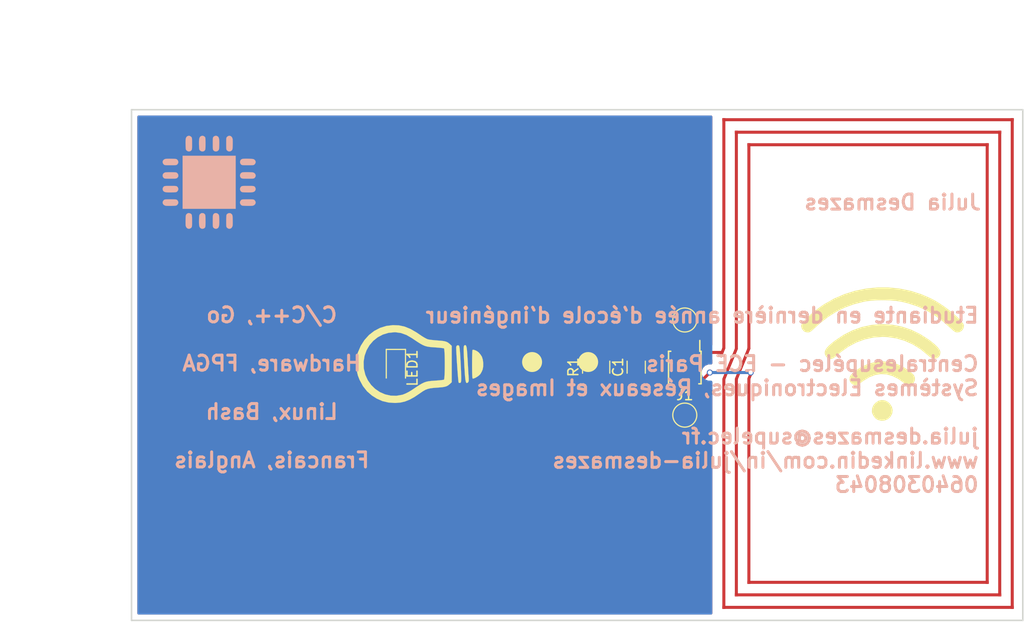
<source format=kicad_pcb>
(kicad_pcb (version 20171130) (host pcbnew 5.0.0)

  (general
    (thickness 1.6)
    (drawings 11)
    (tracks 41)
    (zones 0)
    (modules 10)
    (nets 8)
  )

  (page A4)
  (layers
    (0 F.Cu signal)
    (31 B.Cu signal hide)
    (32 B.Adhes user)
    (33 F.Adhes user)
    (34 B.Paste user)
    (35 F.Paste user)
    (36 B.SilkS user)
    (37 F.SilkS user)
    (38 B.Mask user)
    (39 F.Mask user)
    (40 Dwgs.User user)
    (41 Cmts.User user)
    (42 Eco1.User user)
    (43 Eco2.User user)
    (44 Edge.Cuts user)
    (45 Margin user)
    (46 B.CrtYd user)
    (47 F.CrtYd user)
    (48 B.Fab user)
    (49 F.Fab user)
  )

  (setup
    (last_trace_width 0.3)
    (user_trace_width 0.3)
    (trace_clearance 0.2)
    (zone_clearance 0.508)
    (zone_45_only no)
    (trace_min 0.2)
    (segment_width 0.8)
    (edge_width 0.15)
    (via_size 0.8)
    (via_drill 0.4)
    (via_min_size 0.4)
    (via_min_drill 0.3)
    (uvia_size 0.3)
    (uvia_drill 0.1)
    (uvias_allowed no)
    (uvia_min_size 0.2)
    (uvia_min_drill 0.1)
    (pcb_text_width 0.3)
    (pcb_text_size 1.5 1.5)
    (mod_edge_width 0.15)
    (mod_text_size 1 1)
    (mod_text_width 0.15)
    (pad_size 1.524 1.524)
    (pad_drill 0.762)
    (pad_to_mask_clearance 0.2)
    (aux_axis_origin 0 0)
    (visible_elements FFFFFF7F)
    (pcbplotparams
      (layerselection 0x010fc_ffffffff)
      (usegerberextensions false)
      (usegerberattributes false)
      (usegerberadvancedattributes false)
      (creategerberjobfile false)
      (excludeedgelayer true)
      (linewidth 0.100000)
      (plotframeref false)
      (viasonmask false)
      (mode 1)
      (useauxorigin false)
      (hpglpennumber 1)
      (hpglpenspeed 20)
      (hpglpendiameter 15.000000)
      (psnegative false)
      (psa4output false)
      (plotreference true)
      (plotvalue true)
      (plotinvisibletext false)
      (padsonsilk false)
      (subtractmaskfromsilk false)
      (outputformat 1)
      (mirror false)
      (drillshape 1)
      (scaleselection 1)
      (outputdirectory ""))
  )

  (net 0 "")
  (net 1 "Net-(J1-Pad1)")
  (net 2 "Net-(J2-Pad1)")
  (net 3 "Net-(AE1-Pad1)")
  (net 4 "Net-(AE1-Pad2)")
  (net 5 "Net-(LED1-Pad1)")
  (net 6 GND)
  (net 7 VCC)

  (net_class Default "This is the default net class."
    (clearance 0.2)
    (trace_width 0.25)
    (via_dia 0.8)
    (via_drill 0.4)
    (uvia_dia 0.3)
    (uvia_drill 0.1)
    (add_net GND)
    (add_net "Net-(AE1-Pad1)")
    (add_net "Net-(AE1-Pad2)")
    (add_net "Net-(J1-Pad1)")
    (add_net "Net-(J2-Pad1)")
    (add_net "Net-(LED1-Pad1)")
    (add_net VCC)
  )

  (module RF_Antenna:RFID_BC_Antenna (layer F.Cu) (tedit 5BBCCA0A) (tstamp 5BC67E50)
    (at 204 79)
    (path /5BB9A5DC)
    (fp_text reference AE1 (at -4.5 2) (layer Eco1.User)
      (effects (font (size 1 1) (thickness 0.15)))
    )
    (fp_text value Antenna_Loop (at 8.89 -3.81) (layer F.Fab)
      (effects (font (size 1 1) (thickness 0.15)))
    )
    (pad 1 smd rect (at 14.55 48.7) (size 29.1 0.3) (layers F.Cu F.Paste)
      (net 3 "Net-(AE1-Pad1)"))
    (pad 1 smd rect (at 14.55 0) (size 29.1 0.3) (layers F.Cu F.Paste)
      (net 3 "Net-(AE1-Pad1)"))
    (pad 2 smd rect (at 28.95 24.35 90) (size 49 0.3) (layers F.Cu F.Paste)
      (net 4 "Net-(AE1-Pad2)"))
    (pad 1 smd rect (at 14.55 1.25) (size 26.6 0.3) (layers F.Cu F.Paste)
      (net 3 "Net-(AE1-Pad1)"))
    (pad 1 smd rect (at 14.55 47.45) (size 26.6 0.3) (layers F.Cu F.Paste)
      (net 3 "Net-(AE1-Pad1)"))
    (pad 1 smd rect (at 27.7 24.35 90) (size 46.5 0.3) (layers F.Cu F.Paste)
      (net 3 "Net-(AE1-Pad1)"))
    (pad 1 smd rect (at 14.55 2.5) (size 24.1 0.3) (layers F.Cu F.Paste)
      (net 3 "Net-(AE1-Pad1)"))
    (pad 1 smd rect (at 26.45 24.35 90) (size 44 0.3) (layers F.Cu F.Paste)
      (net 3 "Net-(AE1-Pad1)"))
    (pad 1 smd rect (at 14.55 46.2) (size 24.1 0.3) (layers F.Cu F.Paste)
      (net 3 "Net-(AE1-Pad1)"))
    (pad 1 smd rect (at 2.65 36.1 90) (size 20.5 0.3) (layers F.Cu F.Paste)
      (net 3 "Net-(AE1-Pad1)"))
    (pad 1 smd rect (at 2.65 12.6 90) (size 20.5 0.3) (layers F.Cu F.Paste)
      (net 3 "Net-(AE1-Pad1)"))
    (pad 1 smd rect (at 1.4 11.975 90) (size 21.75 0.3) (layers F.Cu F.Paste)
      (net 3 "Net-(AE1-Pad1)"))
    (pad 1 smd rect (at 1.4 36.725 90) (size 21.75 0.3) (layers F.Cu F.Paste)
      (net 3 "Net-(AE1-Pad1)"))
    (pad 1 smd rect (at 0.15 11.35 90) (size 23 0.3) (layers F.Cu F.Paste)
      (net 3 "Net-(AE1-Pad1)"))
    (pad 1 smd rect (at 0.15 37.35 90) (size 23 0.3) (layers F.Cu F.Paste)
      (net 3 "Net-(AE1-Pad1)"))
    (pad 1 smd rect (at 0.7874 24.3586 247.6) (size 3.36 0.3) (layers F.Cu F.Paste)
      (net 3 "Net-(AE1-Pad1)"))
    (pad 1 smd rect (at 2.032 24.3586 247.6) (size 3.36 0.3) (layers F.Cu F.Paste)
      (net 3 "Net-(AE1-Pad1)"))
    (pad 1 smd rect (at 2.65 22.8346 90) (size 0.1 0.3) (layers F.Cu F.Paste)
      (net 3 "Net-(AE1-Pad1)"))
    (pad 2 smd rect (at 2.8194 25.4508 247.6) (size 1 0.3) (layers F.Cu F.Paste F.Mask)
      (net 4 "Net-(AE1-Pad2)"))
    (pad 1 smd rect (at -0.0254 23.241 247.6) (size 1 0.3) (layers F.Cu F.Paste F.Mask)
      (net 3 "Net-(AE1-Pad1)"))
  )

  (module TestPoint:TestPoint_Pad_D2.0mm (layer F.Cu) (tedit 5A0F774F) (tstamp 5BC67D0B)
    (at 200.25 108.5)
    (descr "SMD pad as test Point, diameter 2.0mm")
    (tags "test point SMD pad")
    (path /5BB91F52)
    (attr virtual)
    (fp_text reference J1 (at 0 -1.998) (layer F.SilkS)
      (effects (font (size 1 1) (thickness 0.15)))
    )
    (fp_text value Conn_01x01_Female (at -2.75 2.5) (layer F.Fab)
      (effects (font (size 1 1) (thickness 0.15)))
    )
    (fp_circle (center 0 0) (end 0 1.2) (layer F.SilkS) (width 0.12))
    (fp_circle (center 0 0) (end 1.5 0) (layer F.CrtYd) (width 0.05))
    (fp_text user %R (at 0 -2) (layer F.Fab)
      (effects (font (size 1 1) (thickness 0.15)))
    )
    (pad 1 smd circle (at 0 0) (size 2 2) (layers F.Cu F.Mask)
      (net 1 "Net-(J1-Pad1)"))
  )

  (module TestPoint:TestPoint_Pad_D2.0mm (layer F.Cu) (tedit 5BBCC9F9) (tstamp 5BC6A319)
    (at 200.25 99)
    (descr "SMD pad as test Point, diameter 2.0mm")
    (tags "test point SMD pad")
    (path /5BB91E4D)
    (attr virtual)
    (fp_text reference J2 (at 0 -1.998) (layer Eco1.User)
      (effects (font (size 1 1) (thickness 0.15)))
    )
    (fp_text value Conn_01x01_Female (at -4.75 -4) (layer F.Fab)
      (effects (font (size 1 1) (thickness 0.15)))
    )
    (fp_text user %R (at 0 -2) (layer F.Fab)
      (effects (font (size 1 1) (thickness 0.15)))
    )
    (fp_circle (center 0 0) (end 1.5 0) (layer F.CrtYd) (width 0.05))
    (fp_circle (center 0 0) (end 0 1.2) (layer F.SilkS) (width 0.12))
    (pad 1 smd circle (at 0 0) (size 2 2) (layers F.Cu F.Mask)
      (net 2 "Net-(J2-Pad1)"))
  )

  (module Package_SO:TSSOP-8_3x3mm_P0.65mm (layer F.Cu) (tedit 5BBCC9F5) (tstamp 5C0144B3)
    (at 200.25 103.75 270)
    (descr "TSSOP8: plastic thin shrink small outline package; 8 leads; body width 3 mm; (see NXP SSOP-TSSOP-VSO-REFLOW.pdf and sot505-1_po.pdf)")
    (tags "SSOP 0.65")
    (path /5BB976D3)
    (attr smd)
    (fp_text reference U1 (at 0 -2.55 270) (layer Eco1.User)
      (effects (font (size 1 1) (thickness 0.15)))
    )
    (fp_text value NT3H1101 (at 0 -4.5 270) (layer F.Fab)
      (effects (font (size 1 1) (thickness 0.15)))
    )
    (fp_line (start -0.5 -1.5) (end 1.5 -1.5) (layer F.Fab) (width 0.15))
    (fp_line (start 1.5 -1.5) (end 1.5 1.5) (layer F.Fab) (width 0.15))
    (fp_line (start 1.5 1.5) (end -1.5 1.5) (layer F.Fab) (width 0.15))
    (fp_line (start -1.5 1.5) (end -1.5 -0.5) (layer F.Fab) (width 0.15))
    (fp_line (start -1.5 -0.5) (end -0.5 -1.5) (layer F.Fab) (width 0.15))
    (fp_line (start -2.95 -1.8) (end -2.95 1.8) (layer F.CrtYd) (width 0.05))
    (fp_line (start 2.95 -1.8) (end 2.95 1.8) (layer F.CrtYd) (width 0.05))
    (fp_line (start -2.95 -1.8) (end 2.95 -1.8) (layer F.CrtYd) (width 0.05))
    (fp_line (start -2.95 1.8) (end 2.95 1.8) (layer F.CrtYd) (width 0.05))
    (fp_line (start -1.625 -1.625) (end -1.625 -1.5) (layer F.SilkS) (width 0.15))
    (fp_line (start 1.625 -1.625) (end 1.625 -1.4) (layer F.SilkS) (width 0.15))
    (fp_line (start 1.625 1.625) (end 1.625 1.4) (layer F.SilkS) (width 0.15))
    (fp_line (start -1.625 1.625) (end -1.625 1.4) (layer F.SilkS) (width 0.15))
    (fp_line (start -1.625 -1.625) (end 1.625 -1.625) (layer F.SilkS) (width 0.15))
    (fp_line (start -1.625 1.625) (end 1.625 1.625) (layer F.SilkS) (width 0.15))
    (fp_line (start -1.625 -1.5) (end -2.7 -1.5) (layer F.SilkS) (width 0.15))
    (fp_text user %R (at 0 0 270) (layer F.Fab)
      (effects (font (size 0.6 0.6) (thickness 0.15)))
    )
    (pad 1 smd rect (at -2.15 -0.975 270) (size 1.1 0.4) (layers F.Cu F.Paste F.Mask)
      (net 3 "Net-(AE1-Pad1)"))
    (pad 2 smd rect (at -2.15 -0.325 270) (size 1.1 0.4) (layers F.Cu F.Paste F.Mask)
      (net 6 GND))
    (pad 3 smd rect (at -2.15 0.325 270) (size 1.1 0.4) (layers F.Cu F.Paste F.Mask)
      (net 2 "Net-(J2-Pad1)"))
    (pad 4 smd rect (at -2.15 0.975 270) (size 1.1 0.4) (layers F.Cu F.Paste F.Mask))
    (pad 5 smd rect (at 2.15 0.975 270) (size 1.1 0.4) (layers F.Cu F.Paste F.Mask)
      (net 1 "Net-(J1-Pad1)"))
    (pad 6 smd rect (at 2.15 0.325 270) (size 1.1 0.4) (layers F.Cu F.Paste F.Mask)
      (net 7 VCC))
    (pad 7 smd rect (at 2.15 -0.325 270) (size 1.1 0.4) (layers F.Cu F.Paste F.Mask)
      (net 7 VCC))
    (pad 8 smd rect (at 2.15 -0.975 270) (size 1.1 0.4) (layers F.Cu F.Paste F.Mask)
      (net 4 "Net-(AE1-Pad2)"))
    (model ${KISYS3DMOD}/Package_SO.3dshapes/TSSOP-8_3x3mm_P0.65mm.wrl
      (at (xyz 0 0 0))
      (scale (xyz 1 1 1))
      (rotate (xyz 0 0 0))
    )
  )

  (module design:bulb (layer F.Cu) (tedit 0) (tstamp 5BF5E046)
    (at 173.8 103.4 90)
    (path /5BBAF43C)
    (fp_text reference J3 (at 0 0 90) (layer F.SilkS) hide
      (effects (font (size 1.524 1.524) (thickness 0.3)))
    )
    (fp_text value Bulb (at 0.75 0 90) (layer F.SilkS) hide
      (effects (font (size 1.524 1.524) (thickness 0.3)))
    )
    (fp_poly (pts (xy 0.376489 5.20903) (xy 0.744094 5.214718) (xy 1.04893 5.223462) (xy 1.272608 5.234657)
      (xy 1.396741 5.2477) (xy 1.41568 5.254625) (xy 1.421867 5.37722) (xy 1.362757 5.554559)
      (xy 1.256157 5.745348) (xy 1.143919 5.884797) (xy 0.958288 6.042775) (xy 0.751271 6.176065)
      (xy 0.7184 6.192617) (xy 0.442649 6.278988) (xy 0.103605 6.322406) (xy -0.241394 6.319619)
      (xy -0.535007 6.267377) (xy -0.54482 6.26423) (xy -0.767827 6.170088) (xy -0.978427 6.049419)
      (xy -1.005376 6.030314) (xy -1.147394 5.888975) (xy -1.288469 5.692175) (xy -1.401195 5.484965)
      (xy -1.458166 5.312395) (xy -1.4605 5.282201) (xy -1.424595 5.256113) (xy -1.310021 5.236181)
      (xy -1.106493 5.221864) (xy -0.803726 5.212617) (xy -0.391434 5.207899) (xy -0.035498 5.207)
      (xy 0.376489 5.20903)) (layer F.SilkS) (width 0.01))
    (fp_poly (pts (xy 1.6506 4.370612) (xy 1.755061 4.383679) (xy 1.817084 4.404713) (xy 1.839232 4.420623)
      (xy 1.90007 4.502957) (xy 1.857305 4.581115) (xy 1.839232 4.599229) (xy 1.76605 4.635463)
      (xy 1.617845 4.667443) (xy 1.382167 4.696652) (xy 1.046571 4.724572) (xy 0.598609 4.752685)
      (xy 0.508 4.75772) (xy 0.082283 4.781482) (xy -0.338781 4.805815) (xy -0.723809 4.828845)
      (xy -1.041417 4.8487) (xy -1.242428 4.862216) (xy -1.509012 4.876868) (xy -1.678722 4.872088)
      (xy -1.780643 4.844645) (xy -1.840223 4.795788) (xy -1.888732 4.723888) (xy -1.895868 4.664644)
      (xy -1.850646 4.615853) (xy -1.742082 4.575307) (xy -1.559194 4.540803) (xy -1.290996 4.510134)
      (xy -0.926506 4.481095) (xy -0.454739 4.45148) (xy 0 4.426283) (xy 0.527389 4.398871)
      (xy 0.942095 4.379641) (xy 1.258166 4.36855) (xy 1.489651 4.365555) (xy 1.6506 4.370612)) (layer F.SilkS) (width 0.01))
    (fp_poly (pts (xy 1.819358 3.665645) (xy 1.878331 3.771512) (xy 1.845904 3.889095) (xy 1.827958 3.908364)
      (xy 1.731865 3.939663) (xy 1.513524 3.971291) (xy 1.177682 4.002785) (xy 0.729088 4.033678)
      (xy 0.3175 4.056376) (xy -0.265519 4.085179) (xy -0.734408 4.106366) (xy -1.10182 4.119773)
      (xy -1.380407 4.125237) (xy -1.58282 4.122596) (xy -1.721712 4.111686) (xy -1.809735 4.092343)
      (xy -1.85954 4.064405) (xy -1.883675 4.027981) (xy -1.885794 3.909384) (xy -1.861592 3.868191)
      (xy -1.789236 3.852754) (xy -1.609702 3.831801) (xy -1.342622 3.806704) (xy -1.00763 3.778835)
      (xy -0.624362 3.749564) (xy -0.212449 3.720266) (xy 0.208472 3.69231) (xy 0.61877 3.66707)
      (xy 0.998809 3.645916) (xy 1.328956 3.630222) (xy 1.589578 3.621358) (xy 1.691831 3.619902)
      (xy 1.819358 3.665645)) (layer F.SilkS) (width 0.01))
    (fp_poly (pts (xy 0.378855 -6.315618) (xy 0.77081 -6.279241) (xy 1.087586 -6.216544) (xy 1.143 -6.199293)
      (xy 1.813068 -5.911392) (xy 2.400731 -5.536967) (xy 2.899784 -5.085421) (xy 3.30402 -4.566158)
      (xy 3.607236 -3.988581) (xy 3.803226 -3.362094) (xy 3.885784 -2.696099) (xy 3.859439 -2.082806)
      (xy 3.738123 -1.526291) (xy 3.502851 -0.945581) (xy 3.150813 -0.334298) (xy 2.976608 -0.079703)
      (xy 2.79459 0.188858) (xy 2.636267 0.447189) (xy 2.520179 0.663506) (xy 2.468211 0.791878)
      (xy 2.435902 0.960303) (xy 2.402129 1.217523) (xy 2.371364 1.525472) (xy 2.352089 1.780197)
      (xy 2.32279 2.152498) (xy 2.284304 2.426765) (xy 2.227811 2.63196) (xy 2.144494 2.797049)
      (xy 2.025534 2.950996) (xy 1.98061 3.000375) (xy 1.817739 3.175) (xy -1.81774 3.175)
      (xy -1.980611 3.000375) (xy -2.112252 2.844047) (xy -2.20555 2.685448) (xy -2.269322 2.495614)
      (xy -2.312387 2.245581) (xy -2.343563 1.906385) (xy -2.35209 1.780197) (xy -2.384166 1.359794)
      (xy -2.425914 1.034183) (xy -2.487693 0.771157) (xy -2.579865 0.538512) (xy -2.712788 0.304039)
      (xy -2.896824 0.035534) (xy -2.926573 -0.00566) (xy -3.287503 -0.539457) (xy -3.554585 -1.023229)
      (xy -3.737058 -1.48113) (xy -3.84416 -1.937314) (xy -3.880304 -2.359573) (xy -3.171224 -2.359573)
      (xy -3.072242 -1.780472) (xy -3.047934 -1.697485) (xy -2.94558 -1.437751) (xy -2.792345 -1.132904)
      (xy -2.616054 -0.837502) (xy -2.587559 -0.794748) (xy -2.317081 -0.393898) (xy -2.109179 -0.074427)
      (xy -1.954695 0.187085) (xy -1.844472 0.414058) (xy -1.76935 0.629913) (xy -1.720171 0.858071)
      (xy -1.687777 1.121952) (xy -1.66301 1.444977) (xy -1.653285 1.594472) (xy -1.630897 1.89218)
      (xy -1.6057 2.145543) (xy -1.580907 2.326293) (xy -1.561252 2.404097) (xy -1.485151 2.428113)
      (xy -1.303691 2.447629) (xy -1.038432 2.462652) (xy -0.710935 2.47319) (xy -0.342762 2.479251)
      (xy 0.044528 2.480841) (xy 0.429373 2.477969) (xy 0.790212 2.470643) (xy 1.105486 2.458868)
      (xy 1.353632 2.442654) (xy 1.513091 2.422007) (xy 1.561924 2.403009) (xy 1.583493 2.313885)
      (xy 1.608647 2.125545) (xy 1.634259 1.865596) (xy 1.657203 1.561645) (xy 1.657204 1.561634)
      (xy 1.681191 1.215594) (xy 1.708928 0.936757) (xy 1.749535 0.701962) (xy 1.812132 0.488049)
      (xy 1.905841 0.271858) (xy 2.03978 0.030228) (xy 2.223072 -0.26) (xy 2.464835 -0.621988)
      (xy 2.589793 -0.806581) (xy 2.903763 -1.353005) (xy 3.096647 -1.89106) (xy 3.172651 -2.433151)
      (xy 3.174246 -2.530814) (xy 3.113977 -3.140011) (xy 2.943047 -3.704733) (xy 2.672904 -4.215412)
      (xy 2.314995 -4.662478) (xy 1.880768 -5.036364) (xy 1.381671 -5.327499) (xy 0.829152 -5.526315)
      (xy 0.234659 -5.623244) (xy -0.39036 -5.608715) (xy -0.492126 -5.595452) (xy -1.08296 -5.451088)
      (xy -1.618133 -5.205766) (xy -2.08891 -4.872806) (xy -2.48656 -4.465525) (xy -2.802349 -3.997243)
      (xy -3.027544 -3.481277) (xy -3.153413 -2.930948) (xy -3.171224 -2.359573) (xy -3.880304 -2.359573)
      (xy -3.885129 -2.415933) (xy -3.886201 -2.514525) (xy -3.841657 -3.156958) (xy -3.701549 -3.742602)
      (xy -3.456158 -4.301349) (xy -3.144852 -4.795321) (xy -2.720563 -5.283166) (xy -2.198161 -5.693975)
      (xy -1.575402 -6.029317) (xy -1.143 -6.198274) (xy -0.849208 -6.267002) (xy -0.471043 -6.309481)
      (xy -0.048392 -6.325692) (xy 0.378855 -6.315618)) (layer F.SilkS) (width 0.01))
  )

  (module design:chip (layer B.Cu) (tedit 0) (tstamp 5BF5E065)
    (at 152.75 85.25)
    (path /5BBB12BD)
    (fp_text reference J6 (at 0 0) (layer B.SilkS) hide
      (effects (font (size 1.524 1.524) (thickness 0.3)) (justify mirror))
    )
    (fp_text value bash (at 0.75 0) (layer B.SilkS) hide
      (effects (font (size 1.524 1.524) (thickness 0.3)) (justify mirror))
    )
    (fp_poly (pts (xy -1.849091 -3.127925) (xy -1.794494 -3.173351) (xy -1.761531 -3.208783) (xy -1.737904 -3.246745)
      (xy -1.722058 -3.299172) (xy -1.712442 -3.378002) (xy -1.7075 -3.495174) (xy -1.705681 -3.662624)
      (xy -1.705429 -3.857831) (xy -1.70571 -4.078151) (xy -1.707663 -4.237908) (xy -1.71295 -4.349108)
      (xy -1.723232 -4.423759) (xy -1.740173 -4.473868) (xy -1.765433 -4.511444) (xy -1.800675 -4.548493)
      (xy -1.801091 -4.548909) (xy -1.924097 -4.628167) (xy -2.058706 -4.64364) (xy -2.186362 -4.59494)
      (xy -2.230816 -4.557911) (xy -2.28213 -4.494452) (xy -2.318715 -4.414902) (xy -2.342294 -4.307746)
      (xy -2.354591 -4.161468) (xy -2.357327 -3.964551) (xy -2.353192 -3.740071) (xy -2.347179 -3.5456)
      (xy -2.339762 -3.409748) (xy -2.328372 -3.318573) (xy -2.310437 -3.258131) (xy -2.283389 -3.214479)
      (xy -2.249714 -3.178595) (xy -2.119694 -3.093541) (xy -1.981816 -3.076601) (xy -1.849091 -3.127925)) (layer B.SilkS) (width 0.01))
    (fp_poly (pts (xy -0.517106 -3.113479) (xy -0.445748 -3.173395) (xy -0.415034 -3.212686) (xy -0.393015 -3.255977)
      (xy -0.378248 -3.315349) (xy -0.369293 -3.402885) (xy -0.364706 -3.530667) (xy -0.363048 -3.710777)
      (xy -0.362857 -3.868101) (xy -0.363222 -4.089439) (xy -0.365344 -4.250105) (xy -0.370765 -4.361999)
      (xy -0.381027 -4.437021) (xy -0.397672 -4.487072) (xy -0.422242 -4.52405) (xy -0.451922 -4.555506)
      (xy -0.5721 -4.629866) (xy -0.708569 -4.644176) (xy -0.838233 -4.598282) (xy -0.887743 -4.558413)
      (xy -0.940994 -4.486773) (xy -0.978768 -4.388046) (xy -1.002525 -4.252097) (xy -1.013724 -4.068789)
      (xy -1.013824 -3.827986) (xy -1.0108 -3.703625) (xy -1.004418 -3.517844) (xy -0.996275 -3.389701)
      (xy -0.983337 -3.304273) (xy -0.962567 -3.246637) (xy -0.93093 -3.201869) (xy -0.90269 -3.172192)
      (xy -0.780482 -3.093192) (xy -0.645085 -3.073639) (xy -0.517106 -3.113479)) (layer B.SilkS) (width 0.01))
    (fp_poly (pts (xy 0.823251 -3.112673) (xy 0.90269 -3.172192) (xy 0.943142 -3.216635) (xy 0.970728 -3.264118)
      (xy 0.988482 -3.329566) (xy 0.999442 -3.4279) (xy 1.006642 -3.574045) (xy 1.010799 -3.703625)
      (xy 1.015043 -3.972403) (xy 1.008818 -4.179307) (xy 0.990666 -4.334473) (xy 0.959127 -4.448037)
      (xy 0.912741 -4.530136) (xy 0.887743 -4.558413) (xy 0.768546 -4.631176) (xy 0.632256 -4.643667)
      (xy 0.501968 -4.596039) (xy 0.451922 -4.555506) (xy 0.419029 -4.520164) (xy 0.39543 -4.482308)
      (xy 0.379581 -4.430039) (xy 0.369941 -4.351458) (xy 0.364969 -4.234665) (xy 0.363121 -4.06776)
      (xy 0.362857 -3.868101) (xy 0.363354 -3.645819) (xy 0.365805 -3.484025) (xy 0.371651 -3.370635)
      (xy 0.382336 -3.293569) (xy 0.399299 -3.240743) (xy 0.423984 -3.200075) (xy 0.445748 -3.173395)
      (xy 0.557224 -3.09378) (xy 0.689926 -3.073521) (xy 0.823251 -3.112673)) (layer B.SilkS) (width 0.01))
    (fp_poly (pts (xy 2.192989 -3.131887) (xy 2.249714 -3.178595) (xy 2.286992 -3.219022) (xy 2.312879 -3.263875)
      (xy 2.329943 -3.327099) (xy 2.340754 -3.422636) (xy 2.347883 -3.564428) (xy 2.353191 -3.740071)
      (xy 2.356219 -3.930746) (xy 2.355185 -4.106562) (xy 2.350446 -4.248718) (xy 2.342361 -4.338411)
      (xy 2.341715 -4.342045) (xy 2.285766 -4.488546) (xy 2.190594 -4.58986) (xy 2.071114 -4.640279)
      (xy 1.942242 -4.634096) (xy 1.818892 -4.565605) (xy 1.801091 -4.548909) (xy 1.765738 -4.511803)
      (xy 1.740385 -4.474294) (xy 1.723368 -4.424372) (xy 1.713027 -4.350031) (xy 1.707697 -4.239264)
      (xy 1.705719 -4.080062) (xy 1.705429 -3.860419) (xy 1.705428 -3.857831) (xy 1.705798 -3.637101)
      (xy 1.707942 -3.477004) (xy 1.713414 -3.365603) (xy 1.723768 -3.29096) (xy 1.740555 -3.241138)
      (xy 1.765331 -3.204199) (xy 1.794493 -3.173351) (xy 1.920653 -3.091248) (xy 2.057821 -3.077476)
      (xy 2.192989 -3.131887)) (layer B.SilkS) (width 0.01))
    (fp_poly (pts (xy 2.648857 -2.648857) (xy -2.648857 -2.648857) (xy -2.648857 2.648857) (xy 2.648857 2.648857)
      (xy 2.648857 -2.648857)) (layer B.SilkS) (width 0.01))
    (fp_poly (pts (xy -3.637101 -1.705798) (xy -3.477004 -1.707942) (xy -3.365603 -1.713414) (xy -3.29096 -1.723768)
      (xy -3.241138 -1.740555) (xy -3.204199 -1.765331) (xy -3.173351 -1.794493) (xy -3.091249 -1.920654)
      (xy -3.077477 -2.05783) (xy -3.131887 -2.19301) (xy -3.178566 -2.249714) (xy -3.216134 -2.284972)
      (xy -3.257052 -2.309944) (xy -3.31414 -2.326687) (xy -3.400215 -2.33726) (xy -3.528097 -2.343722)
      (xy -3.710603 -2.348131) (xy -3.801693 -2.34978) (xy -4.037552 -2.351729) (xy -4.212164 -2.347637)
      (xy -4.336656 -2.336778) (xy -4.422158 -2.318424) (xy -4.451214 -2.307376) (xy -4.572153 -2.219601)
      (xy -4.636604 -2.100957) (xy -4.641243 -1.968668) (xy -4.582747 -1.839957) (xy -4.548909 -1.801091)
      (xy -4.511804 -1.765738) (xy -4.474294 -1.740385) (xy -4.424372 -1.723368) (xy -4.350031 -1.713027)
      (xy -4.239264 -1.707697) (xy -4.080062 -1.705719) (xy -3.860419 -1.705429) (xy -3.857831 -1.705428)
      (xy -3.637101 -1.705798)) (layer B.SilkS) (width 0.01))
    (fp_poly (pts (xy 4.078151 -1.70571) (xy 4.237908 -1.707663) (xy 4.349108 -1.71295) (xy 4.423759 -1.723232)
      (xy 4.473868 -1.740173) (xy 4.511444 -1.765433) (xy 4.548493 -1.800675) (xy 4.548909 -1.801091)
      (xy 4.629513 -1.924906) (xy 4.645496 -2.057048) (xy 4.600348 -2.180797) (xy 4.497561 -2.279432)
      (xy 4.443245 -2.307215) (xy 4.363557 -2.324959) (xy 4.229319 -2.339112) (xy 4.058482 -2.349257)
      (xy 3.868998 -2.354972) (xy 3.678818 -2.35584) (xy 3.505895 -2.35144) (xy 3.36818 -2.341354)
      (xy 3.315581 -2.333554) (xy 3.196482 -2.277911) (xy 3.116887 -2.17766) (xy 3.081883 -2.052084)
      (xy 3.09656 -1.920466) (xy 3.166003 -1.80209) (xy 3.173351 -1.794493) (xy 3.208783 -1.761531)
      (xy 3.246745 -1.737904) (xy 3.299172 -1.722058) (xy 3.378002 -1.712442) (xy 3.495174 -1.7075)
      (xy 3.662624 -1.705681) (xy 3.857831 -1.705428) (xy 4.078151 -1.70571)) (layer B.SilkS) (width 0.01))
    (fp_poly (pts (xy -3.645819 -0.363354) (xy -3.484025 -0.365805) (xy -3.370635 -0.371651) (xy -3.293569 -0.382336)
      (xy -3.240743 -0.399299) (xy -3.200075 -0.423984) (xy -3.173395 -0.445748) (xy -3.093788 -0.55722)
      (xy -3.073525 -0.689932) (xy -3.112664 -0.82327) (xy -3.172141 -0.90269) (xy -3.212308 -0.940163)
      (xy -3.254063 -0.966446) (xy -3.310635 -0.98376) (xy -3.395256 -0.994324) (xy -3.521157 -1.000361)
      (xy -3.701567 -1.00409) (xy -3.783556 -1.005312) (xy -3.980214 -1.005583) (xy -4.160073 -1.001141)
      (xy -4.306102 -0.992734) (xy -4.401271 -0.981111) (xy -4.41616 -0.977481) (xy -4.541382 -0.907169)
      (xy -4.619901 -0.797934) (xy -4.646721 -0.668616) (xy -4.616847 -0.538055) (xy -4.555507 -0.451922)
      (xy -4.520164 -0.419029) (xy -4.482308 -0.39543) (xy -4.43004 -0.379581) (xy -4.351458 -0.369941)
      (xy -4.234665 -0.364969) (xy -4.06776 -0.363121) (xy -3.868101 -0.362857) (xy -3.645819 -0.363354)) (layer B.SilkS) (width 0.01))
    (fp_poly (pts (xy 4.089439 -0.363222) (xy 4.250105 -0.365344) (xy 4.361999 -0.370765) (xy 4.437021 -0.381027)
      (xy 4.487072 -0.397672) (xy 4.52405 -0.422242) (xy 4.555506 -0.451922) (xy 4.632141 -0.572169)
      (xy 4.646714 -0.702746) (xy 4.604335 -0.826518) (xy 4.510115 -0.92635) (xy 4.398573 -0.978102)
      (xy 4.313521 -0.991063) (xy 4.175016 -1.000928) (xy 4.002118 -1.007471) (xy 3.813889 -1.010464)
      (xy 3.62939 -1.009681) (xy 3.467681 -1.004896) (xy 3.347825 -0.995881) (xy 3.315581 -0.990983)
      (xy 3.198549 -0.935456) (xy 3.118249 -0.834923) (xy 3.080004 -0.709801) (xy 3.089138 -0.580508)
      (xy 3.150977 -0.46746) (xy 3.173395 -0.445748) (xy 3.212686 -0.415034) (xy 3.255977 -0.393015)
      (xy 3.315349 -0.378248) (xy 3.402885 -0.369292) (xy 3.530667 -0.364706) (xy 3.710777 -0.363048)
      (xy 3.868101 -0.362857) (xy 4.089439 -0.363222)) (layer B.SilkS) (width 0.01))
    (fp_poly (pts (xy -3.703625 1.0108) (xy -3.51745 1.004334) (xy -3.389086 0.996048) (xy -3.303779 0.983029)
      (xy -3.246778 0.962364) (xy -3.20333 0.93114) (xy -3.178622 0.907143) (xy -3.093552 0.777139)
      (xy -3.076596 0.639271) (xy -3.127906 0.506547) (xy -3.173351 0.451922) (xy -3.208581 0.419117)
      (xy -3.246306 0.395552) (xy -3.298378 0.379698) (xy -3.376649 0.37003) (xy -3.492972 0.365019)
      (xy -3.6592 0.363137) (xy -3.864429 0.362857) (xy -4.086527 0.363216) (xy -4.247906 0.365311)
      (xy -4.36042 0.370669) (xy -4.43592 0.380819) (xy -4.48626 0.397287) (xy -4.523292 0.421601)
      (xy -4.555507 0.451922) (xy -4.629867 0.5721) (xy -4.644176 0.708569) (xy -4.598282 0.838233)
      (xy -4.558413 0.887743) (xy -4.486773 0.940994) (xy -4.388046 0.978768) (xy -4.252097 1.002525)
      (xy -4.068789 1.013724) (xy -3.827986 1.013824) (xy -3.703625 1.0108)) (layer B.SilkS) (width 0.01))
    (fp_poly (pts (xy 4.179307 1.008819) (xy 4.334473 0.990666) (xy 4.448037 0.959127) (xy 4.530136 0.912741)
      (xy 4.558413 0.887743) (xy 4.631176 0.768546) (xy 4.643667 0.632256) (xy 4.596039 0.501968)
      (xy 4.555506 0.451922) (xy 4.520276 0.419117) (xy 4.482551 0.395552) (xy 4.43048 0.379698)
      (xy 4.352209 0.37003) (xy 4.235885 0.365019) (xy 4.069658 0.363137) (xy 3.864429 0.362857)
      (xy 3.642331 0.363216) (xy 3.480951 0.365311) (xy 3.368438 0.370669) (xy 3.292937 0.380819)
      (xy 3.242597 0.397287) (xy 3.205565 0.421601) (xy 3.173351 0.451922) (xy 3.091246 0.578081)
      (xy 3.077476 0.715242) (xy 3.131888 0.850398) (xy 3.178622 0.907143) (xy 3.220964 0.945796)
      (xy 3.268335 0.972207) (xy 3.335485 0.989289) (xy 3.437169 0.999955) (xy 3.588138 1.007117)
      (xy 3.703625 1.0108) (xy 3.972403 1.015043) (xy 4.179307 1.008819)) (layer B.SilkS) (width 0.01))
    (fp_poly (pts (xy -3.752797 2.353525) (xy -3.740071 2.353192) (xy -3.5456 2.347179) (xy -3.409748 2.339762)
      (xy -3.318573 2.328372) (xy -3.258131 2.310437) (xy -3.214479 2.283389) (xy -3.178595 2.249714)
      (xy -3.093541 2.119694) (xy -3.076601 1.981816) (xy -3.127925 1.849091) (xy -3.173351 1.794494)
      (xy -3.208784 1.761531) (xy -3.246745 1.737904) (xy -3.299172 1.722058) (xy -3.378002 1.712442)
      (xy -3.495174 1.7075) (xy -3.662624 1.705681) (xy -3.857831 1.705429) (xy -4.078152 1.70571)
      (xy -4.237908 1.707663) (xy -4.349108 1.71295) (xy -4.423759 1.723232) (xy -4.473868 1.740173)
      (xy -4.511444 1.765433) (xy -4.548493 1.800675) (xy -4.548909 1.801091) (xy -4.627649 1.922231)
      (xy -4.643188 2.051224) (xy -4.601235 2.173154) (xy -4.507495 2.273106) (xy -4.367677 2.336165)
      (xy -4.342045 2.341715) (xy -4.256495 2.350009) (xy -4.117236 2.354981) (xy -3.943069 2.356273)
      (xy -3.752797 2.353525)) (layer B.SilkS) (width 0.01))
    (fp_poly (pts (xy 4.106562 2.355185) (xy 4.248718 2.350446) (xy 4.338411 2.342361) (xy 4.342045 2.341715)
      (xy 4.488546 2.285767) (xy 4.58986 2.190595) (xy 4.640279 2.071115) (xy 4.634096 1.942242)
      (xy 4.565605 1.818892) (xy 4.548909 1.801091) (xy 4.511803 1.765739) (xy 4.474294 1.740385)
      (xy 4.424372 1.723369) (xy 4.350031 1.713027) (xy 4.239264 1.707698) (xy 4.080062 1.705719)
      (xy 3.860419 1.705429) (xy 3.857831 1.705429) (xy 3.637101 1.705798) (xy 3.477004 1.707942)
      (xy 3.365603 1.713414) (xy 3.29096 1.723768) (xy 3.241138 1.740556) (xy 3.204199 1.765331)
      (xy 3.173351 1.794494) (xy 3.091248 1.920653) (xy 3.077476 2.057822) (xy 3.131887 2.192989)
      (xy 3.178595 2.249714) (xy 3.219022 2.286992) (xy 3.263875 2.312879) (xy 3.327099 2.329943)
      (xy 3.422636 2.340754) (xy 3.564428 2.347883) (xy 3.740071 2.353192) (xy 3.930746 2.35622)
      (xy 4.106562 2.355185)) (layer B.SilkS) (width 0.01))
    (fp_poly (pts (xy -1.942242 4.634096) (xy -1.818892 4.565605) (xy -1.801091 4.548909) (xy -1.765487 4.511488)
      (xy -1.740036 4.473629) (xy -1.723034 4.423194) (xy -1.712776 4.348044) (xy -1.707559 4.23604)
      (xy -1.705678 4.075045) (xy -1.705429 3.867554) (xy -1.706906 3.632671) (xy -1.711905 3.459846)
      (xy -1.721275 3.338616) (xy -1.735869 3.258516) (xy -1.756535 3.209084) (xy -1.75929 3.204964)
      (xy -1.852519 3.125408) (xy -1.980579 3.078928) (xy -2.090991 3.075705) (xy -2.168767 3.110151)
      (xy -2.251023 3.176407) (xy -2.254276 3.17982) (xy -2.28993 3.222725) (xy -2.314729 3.271656)
      (xy -2.331153 3.340718) (xy -2.341683 3.444015) (xy -2.348801 3.595651) (xy -2.353192 3.742165)
      (xy -2.356222 3.932478) (xy -2.355171 4.107959) (xy -2.3504 4.249739) (xy -2.34227 4.338949)
      (xy -2.341715 4.342045) (xy -2.285767 4.488546) (xy -2.190595 4.58986) (xy -2.071115 4.640279)
      (xy -1.942242 4.634096)) (layer B.SilkS) (width 0.01))
    (fp_poly (pts (xy -0.501968 4.596039) (xy -0.451922 4.555507) (xy -0.418961 4.520075) (xy -0.395334 4.482116)
      (xy -0.379489 4.429692) (xy -0.369872 4.350866) (xy -0.36493 4.233702) (xy -0.36311 4.066262)
      (xy -0.362857 3.870971) (xy -0.363596 3.64685) (xy -0.36665 3.483275) (xy -0.373274 3.368229)
      (xy -0.384724 3.289696) (xy -0.402256 3.235658) (xy -0.427125 3.194097) (xy -0.434612 3.18428)
      (xy -0.545678 3.096151) (xy -0.691697 3.070986) (xy -0.748419 3.076458) (xy -0.826136 3.110353)
      (xy -0.908354 3.176333) (xy -0.911705 3.179848) (xy -0.948719 3.224863) (xy -0.974057 3.276648)
      (xy -0.990534 3.350136) (xy -1.000962 3.460261) (xy -1.008158 3.621959) (xy -1.0108 3.70572)
      (xy -1.015039 3.974279) (xy -1.008727 4.180976) (xy -0.9904 4.335949) (xy -0.958594 4.449336)
      (xy -0.911847 4.531274) (xy -0.887743 4.558413) (xy -0.768546 4.631177) (xy -0.632256 4.643667)
      (xy -0.501968 4.596039)) (layer B.SilkS) (width 0.01))
    (fp_poly (pts (xy 0.838233 4.598282) (xy 0.887743 4.558413) (xy 0.941112 4.486538) (xy 0.978934 4.387418)
      (xy 1.002671 4.250914) (xy 1.013787 4.066889) (xy 1.013744 3.825204) (xy 1.010799 3.70572)
      (xy 1.004066 3.518536) (xy 0.995195 3.389043) (xy 0.98142 3.30236) (xy 0.959976 3.24361)
      (xy 0.928096 3.197913) (xy 0.913348 3.181598) (xy 0.792374 3.094493) (xy 0.646553 3.071331)
      (xy 0.590366 3.076954) (xy 0.511105 3.113332) (xy 0.436152 3.182322) (xy 0.408723 3.222926)
      (xy 0.389096 3.272038) (xy 0.375986 3.341726) (xy 0.368107 3.444059) (xy 0.364177 3.591105)
      (xy 0.36291 3.794932) (xy 0.362857 3.870971) (xy 0.363227 4.091713) (xy 0.36537 4.25182)
      (xy 0.370841 4.363231) (xy 0.381193 4.437881) (xy 0.397978 4.487707) (xy 0.42275 4.524647)
      (xy 0.451922 4.555507) (xy 0.5721 4.629867) (xy 0.708569 4.644176) (xy 0.838233 4.598282)) (layer B.SilkS) (width 0.01))
    (fp_poly (pts (xy 2.173154 4.601235) (xy 2.273106 4.507495) (xy 2.336165 4.367677) (xy 2.341715 4.342045)
      (xy 2.350025 4.256383) (xy 2.354996 4.11708) (xy 2.356268 3.943005) (xy 2.353479 3.753029)
      (xy 2.353191 3.742165) (xy 2.346952 3.546875) (xy 2.339038 3.410095) (xy 2.327011 3.317765)
      (xy 2.308432 3.255828) (xy 2.280861 3.210224) (xy 2.25592 3.18157) (xy 2.133713 3.09319)
      (xy 1.997703 3.075803) (xy 1.892778 3.105093) (xy 1.803158 3.159848) (xy 1.744571 3.22409)
      (xy 1.729523 3.289176) (xy 1.717582 3.416014) (xy 1.709395 3.593826) (xy 1.705611 3.811836)
      (xy 1.705428 3.875238) (xy 1.705738 4.091902) (xy 1.707825 4.248239) (xy 1.71343 4.356495)
      (xy 1.72429 4.428915) (xy 1.742144 4.477745) (xy 1.768732 4.515229) (xy 1.801091 4.548909)
      (xy 1.922231 4.627649) (xy 2.051224 4.643188) (xy 2.173154 4.601235)) (layer B.SilkS) (width 0.01))
  )

  (module design:wireless (layer F.Cu) (tedit 0) (tstamp 5C0143A5)
    (at 220 102.4)
    (path /5BBB0BD4)
    (fp_text reference J5 (at 0 0) (layer F.SilkS) hide
      (effects (font (size 1.524 1.524) (thickness 0.3)))
    )
    (fp_text value pcb (at 0.75 0) (layer F.SilkS) hide
      (effects (font (size 1.524 1.524) (thickness 0.3)))
    )
    (fp_poly (pts (xy 0.243272 4.633873) (xy 0.54754 4.791748) (xy 0.719819 4.949816) (xy 0.925526 5.259093)
      (xy 1.009067 5.587227) (xy 0.969734 5.919805) (xy 0.806817 6.242409) (xy 0.784852 6.272059)
      (xy 0.536095 6.499526) (xy 0.225462 6.632771) (xy -0.11625 6.66441) (xy -0.458245 6.58706)
      (xy -0.483926 6.576277) (xy -0.711295 6.419287) (xy -0.905926 6.181437) (xy -1.034039 5.908864)
      (xy -1.060842 5.78828) (xy -1.048349 5.435151) (xy -0.914028 5.114405) (xy -0.7046 4.870814)
      (xy -0.401959 4.672344) (xy -0.079615 4.593718) (xy 0.243272 4.633873)) (layer F.SilkS) (width 0.01))
    (fp_poly (pts (xy 0.724046 0.800999) (xy 1.423378 0.995897) (xy 1.903184 1.205583) (xy 2.170927 1.356497)
      (xy 2.45524 1.542492) (xy 2.726242 1.741284) (xy 2.954054 1.930591) (xy 3.108794 2.08813)
      (xy 3.135808 2.124804) (xy 3.23397 2.38093) (xy 3.217197 2.646724) (xy 3.089183 2.886505)
      (xy 3.052884 2.925884) (xy 2.832491 3.079806) (xy 2.59651 3.111816) (xy 2.338357 3.021664)
      (xy 2.148061 2.891473) (xy 1.559364 2.479042) (xy 0.979587 2.193003) (xy 0.405951 2.033287)
      (xy -0.164323 1.999825) (xy -0.734015 2.09255) (xy -1.305905 2.311393) (xy -1.882772 2.656285)
      (xy -2.061881 2.787893) (xy -2.362946 2.99427) (xy -2.607635 3.100727) (xy -2.814727 3.109722)
      (xy -3.002999 3.023713) (xy -3.116385 2.925884) (xy -3.256881 2.738212) (xy -3.301769 2.530613)
      (xy -3.302 2.5109) (xy -3.277768 2.311831) (xy -3.193965 2.131197) (xy -3.033935 1.945592)
      (xy -2.781019 1.731608) (xy -2.707606 1.675651) (xy -2.055242 1.256748) (xy -1.378306 0.959057)
      (xy -0.684385 0.783352) (xy 0.018929 0.730408) (xy 0.724046 0.800999)) (layer F.SilkS) (width 0.01))
    (fp_poly (pts (xy 0.980229 -2.922443) (xy 1.931265 -2.737392) (xy 2.853514 -2.428803) (xy 3.747381 -1.996533)
      (xy 4.613275 -1.440441) (xy 4.7625 -1.329977) (xy 5.177369 -0.997281) (xy 5.480231 -0.709163)
      (xy 5.675813 -0.460171) (xy 5.768838 -0.244854) (xy 5.7785 -0.157935) (xy 5.72531 0.121315)
      (xy 5.57289 0.330708) (xy 5.369695 0.443197) (xy 5.143429 0.475842) (xy 4.917374 0.414003)
      (xy 4.669369 0.249461) (xy 4.54025 0.135553) (xy 3.819926 -0.458154) (xy 3.046914 -0.941369)
      (xy 2.229696 -1.310641) (xy 1.376757 -1.562513) (xy 0.496579 -1.693534) (xy 0 -1.712832)
      (xy -0.891624 -1.650298) (xy -1.760712 -1.464997) (xy -2.598781 -1.160383) (xy -3.397347 -0.739909)
      (xy -4.147928 -0.20703) (xy -4.54025 0.135553) (xy -4.748373 0.304385) (xy -4.959322 0.432632)
      (xy -5.136129 0.4995) (xy -5.195259 0.503974) (xy -5.281581 0.479865) (xy -5.3975 0.437659)
      (xy -5.616713 0.28838) (xy -5.746849 0.058772) (xy -5.777089 -0.144294) (xy -5.735147 -0.343284)
      (xy -5.602543 -0.566004) (xy -5.372464 -0.820413) (xy -5.038098 -1.114475) (xy -4.7625 -1.329977)
      (xy -3.901479 -1.907831) (xy -3.012554 -2.361838) (xy -2.095319 -2.69214) (xy -1.149369 -2.898878)
      (xy -0.174296 -2.982193) (xy 0 -2.984095) (xy 0.980229 -2.922443)) (layer F.SilkS) (width 0.01))
    (fp_poly (pts (xy 0.599507 -6.64881) (xy 1.719886 -6.533992) (xy 2.823522 -6.304886) (xy 3.898994 -5.960901)
      (xy 4.889228 -5.524638) (xy 5.299808 -5.30026) (xy 5.727699 -5.035911) (xy 6.159167 -4.743027)
      (xy 6.580479 -4.433044) (xy 6.977899 -4.117398) (xy 7.337693 -3.807527) (xy 7.646127 -3.514866)
      (xy 7.889467 -3.250852) (xy 8.053977 -3.026922) (xy 8.125925 -2.854511) (xy 8.127999 -2.82775)
      (xy 8.071712 -2.551467) (xy 7.91791 -2.33321) (xy 7.689182 -2.196112) (xy 7.476429 -2.160412)
      (xy 7.357362 -2.16958) (xy 7.244885 -2.209147) (xy 7.114033 -2.294891) (xy 6.93984 -2.442589)
      (xy 6.746179 -2.621912) (xy 5.952484 -3.31487) (xy 5.158079 -3.893529) (xy 4.342231 -4.369001)
      (xy 3.484207 -4.752398) (xy 2.563275 -5.054834) (xy 1.905 -5.216779) (xy 1.410346 -5.297793)
      (xy 0.829374 -5.349978) (xy 0.199449 -5.373333) (xy -0.442064 -5.367859) (xy -1.057799 -5.333555)
      (xy -1.61039 -5.270422) (xy -1.905 -5.216779) (xy -2.879315 -4.962086) (xy -3.776918 -4.63383)
      (xy -4.618541 -4.2209) (xy -5.424916 -3.712181) (xy -6.216777 -3.096562) (xy -6.74618 -2.621912)
      (xy -6.974818 -2.411339) (xy -7.139552 -2.275715) (xy -7.26535 -2.199263) (xy -7.377175 -2.166204)
      (xy -7.47643 -2.160412) (xy -7.673954 -2.190475) (xy -7.837972 -2.261962) (xy -7.850693 -2.271537)
      (xy -8.042754 -2.499854) (xy -8.125773 -2.773553) (xy -8.128 -2.82775) (xy -8.077558 -2.976132)
      (xy -7.935483 -3.182228) (xy -7.715657 -3.433067) (xy -7.431958 -3.715678) (xy -7.098266 -4.017091)
      (xy -6.728462 -4.324336) (xy -6.336425 -4.624441) (xy -5.936035 -4.904437) (xy -5.83485 -4.970682)
      (xy -4.853833 -5.52921) (xy -3.821039 -5.976988) (xy -2.747888 -6.313428) (xy -1.6458 -6.537937)
      (xy -0.526195 -6.649928) (xy 0.599507 -6.64881)) (layer F.SilkS) (width 0.01))
  )

  (module LED_SMD:LED_0805_2012Metric_Pad1.15x1.40mm_HandSolder (layer F.Cu) (tedit 5B4B45C9) (tstamp 5C014C19)
    (at 171.4 103.8 270)
    (descr "LED SMD 0805 (2012 Metric), square (rectangular) end terminal, IPC_7351 nominal, (Body size source: https://docs.google.com/spreadsheets/d/1BsfQQcO9C6DZCsRaXUlFlo91Tg2WpOkGARC1WS5S8t0/edit?usp=sharing), generated with kicad-footprint-generator")
    (tags "LED handsolder")
    (path /5BB997ED)
    (attr smd)
    (fp_text reference LED1 (at 0 -1.65 270) (layer F.SilkS)
      (effects (font (size 1 1) (thickness 0.15)))
    )
    (fp_text value LED (at 0 1.65 270) (layer F.Fab)
      (effects (font (size 1 1) (thickness 0.15)))
    )
    (fp_line (start 1 -0.6) (end -0.7 -0.6) (layer F.Fab) (width 0.1))
    (fp_line (start -0.7 -0.6) (end -1 -0.3) (layer F.Fab) (width 0.1))
    (fp_line (start -1 -0.3) (end -1 0.6) (layer F.Fab) (width 0.1))
    (fp_line (start -1 0.6) (end 1 0.6) (layer F.Fab) (width 0.1))
    (fp_line (start 1 0.6) (end 1 -0.6) (layer F.Fab) (width 0.1))
    (fp_line (start 1 -0.96) (end -1.86 -0.96) (layer F.SilkS) (width 0.12))
    (fp_line (start -1.86 -0.96) (end -1.86 0.96) (layer F.SilkS) (width 0.12))
    (fp_line (start -1.86 0.96) (end 1 0.96) (layer F.SilkS) (width 0.12))
    (fp_line (start -1.85 0.95) (end -1.85 -0.95) (layer F.CrtYd) (width 0.05))
    (fp_line (start -1.85 -0.95) (end 1.85 -0.95) (layer F.CrtYd) (width 0.05))
    (fp_line (start 1.85 -0.95) (end 1.85 0.95) (layer F.CrtYd) (width 0.05))
    (fp_line (start 1.85 0.95) (end -1.85 0.95) (layer F.CrtYd) (width 0.05))
    (fp_text user %R (at 0 0 270) (layer F.Fab)
      (effects (font (size 0.5 0.5) (thickness 0.08)))
    )
    (pad 1 smd roundrect (at -1.025 0 270) (size 1.15 1.4) (layers F.Cu F.Paste F.Mask) (roundrect_rratio 0.217391)
      (net 5 "Net-(LED1-Pad1)"))
    (pad 2 smd roundrect (at 1.025 0 270) (size 1.15 1.4) (layers F.Cu F.Paste F.Mask) (roundrect_rratio 0.217391)
      (net 6 GND))
    (model ${KISYS3DMOD}/LED_SMD.3dshapes/LED_0805_2012Metric.wrl
      (at (xyz 0 0 0))
      (scale (xyz 1 1 1))
      (rotate (xyz 0 0 0))
    )
  )

  (module Resistor_SMD:R_1210_3225Metric_Pad1.42x2.65mm_HandSolder (layer F.Cu) (tedit 5B301BBD) (tstamp 5C014C2B)
    (at 191.4 103.7125 90)
    (descr "Resistor SMD 1210 (3225 Metric), square (rectangular) end terminal, IPC_7351 nominal with elongated pad for handsoldering. (Body size source: http://www.tortai-tech.com/upload/download/2011102023233369053.pdf), generated with kicad-footprint-generator")
    (tags "resistor handsolder")
    (path /5BB98C9A)
    (attr smd)
    (fp_text reference R1 (at 0 -2.28 90) (layer F.SilkS)
      (effects (font (size 1 1) (thickness 0.15)))
    )
    (fp_text value 20 (at 0 2.28 90) (layer F.Fab)
      (effects (font (size 1 1) (thickness 0.15)))
    )
    (fp_line (start -1.6 1.25) (end -1.6 -1.25) (layer F.Fab) (width 0.1))
    (fp_line (start -1.6 -1.25) (end 1.6 -1.25) (layer F.Fab) (width 0.1))
    (fp_line (start 1.6 -1.25) (end 1.6 1.25) (layer F.Fab) (width 0.1))
    (fp_line (start 1.6 1.25) (end -1.6 1.25) (layer F.Fab) (width 0.1))
    (fp_line (start -0.602064 -1.36) (end 0.602064 -1.36) (layer F.SilkS) (width 0.12))
    (fp_line (start -0.602064 1.36) (end 0.602064 1.36) (layer F.SilkS) (width 0.12))
    (fp_line (start -2.45 1.58) (end -2.45 -1.58) (layer F.CrtYd) (width 0.05))
    (fp_line (start -2.45 -1.58) (end 2.45 -1.58) (layer F.CrtYd) (width 0.05))
    (fp_line (start 2.45 -1.58) (end 2.45 1.58) (layer F.CrtYd) (width 0.05))
    (fp_line (start 2.45 1.58) (end -2.45 1.58) (layer F.CrtYd) (width 0.05))
    (fp_text user %R (at 0 0 90) (layer F.Fab)
      (effects (font (size 0.8 0.8) (thickness 0.12)))
    )
    (pad 1 smd roundrect (at -1.4875 0 90) (size 1.425 2.65) (layers F.Cu F.Paste F.Mask) (roundrect_rratio 0.175439)
      (net 7 VCC))
    (pad 2 smd roundrect (at 1.4875 0 90) (size 1.425 2.65) (layers F.Cu F.Paste F.Mask) (roundrect_rratio 0.175439)
      (net 5 "Net-(LED1-Pad1)"))
    (model ${KISYS3DMOD}/Resistor_SMD.3dshapes/R_1210_3225Metric.wrl
      (at (xyz 0 0 0))
      (scale (xyz 1 1 1))
      (rotate (xyz 0 0 0))
    )
  )

  (module Capacitor_SMD:C_1206_3216Metric_Pad1.42x1.75mm_HandSolder (layer F.Cu) (tedit 5B301BBE) (tstamp 5BCCDB33)
    (at 195.4 103.7125 90)
    (descr "Capacitor SMD 1206 (3216 Metric), square (rectangular) end terminal, IPC_7351 nominal with elongated pad for handsoldering. (Body size source: http://www.tortai-tech.com/upload/download/2011102023233369053.pdf), generated with kicad-footprint-generator")
    (tags "capacitor handsolder")
    (path /9C38CCDA49FBE036)
    (attr smd)
    (fp_text reference C1 (at 0 -1.82 90) (layer F.SilkS)
      (effects (font (size 1 1) (thickness 0.15)))
    )
    (fp_text value 220nf (at 0 1.82 90) (layer F.Fab)
      (effects (font (size 1 1) (thickness 0.15)))
    )
    (fp_line (start -1.6 0.8) (end -1.6 -0.8) (layer F.Fab) (width 0.1))
    (fp_line (start -1.6 -0.8) (end 1.6 -0.8) (layer F.Fab) (width 0.1))
    (fp_line (start 1.6 -0.8) (end 1.6 0.8) (layer F.Fab) (width 0.1))
    (fp_line (start 1.6 0.8) (end -1.6 0.8) (layer F.Fab) (width 0.1))
    (fp_line (start -0.602064 -0.91) (end 0.602064 -0.91) (layer F.SilkS) (width 0.12))
    (fp_line (start -0.602064 0.91) (end 0.602064 0.91) (layer F.SilkS) (width 0.12))
    (fp_line (start -2.45 1.12) (end -2.45 -1.12) (layer F.CrtYd) (width 0.05))
    (fp_line (start -2.45 -1.12) (end 2.45 -1.12) (layer F.CrtYd) (width 0.05))
    (fp_line (start 2.45 -1.12) (end 2.45 1.12) (layer F.CrtYd) (width 0.05))
    (fp_line (start 2.45 1.12) (end -2.45 1.12) (layer F.CrtYd) (width 0.05))
    (fp_text user %R (at 0 0 90) (layer F.Fab)
      (effects (font (size 0.8 0.8) (thickness 0.12)))
    )
    (pad 1 smd roundrect (at -1.4875 0 90) (size 1.425 1.75) (layers F.Cu F.Paste F.Mask) (roundrect_rratio 0.175439)
      (net 7 VCC))
    (pad 2 smd roundrect (at 1.4875 0 90) (size 1.425 1.75) (layers F.Cu F.Paste F.Mask) (roundrect_rratio 0.175439)
      (net 6 GND))
    (model ${KISYS3DMOD}/Capacitor_SMD.3dshapes/C_1206_3216Metric.wrl
      (at (xyz 0 0 0))
      (scale (xyz 1 1 1))
      (rotate (xyz 0 0 0))
    )
  )

  (gr_text "Etudiante en dernière année d'école d'ingénieur\n\nCentralesupélec - ECE Paris\nSystèmes Électroniques, Réseaux et Images\n\njulia.desmazes@supelec.fr\nwww.linkedin.com/in/julia-desmazes\n0640308043" (at 229.75 107) (layer B.SilkS)
    (effects (font (size 1.5 1.5) (thickness 0.3)) (justify left mirror))
  )
  (dimension 89 (width 0.3) (layer Eco1.User)
    (gr_text "89.000 mm" (at 189.5 68.15) (layer Eco1.User)
      (effects (font (size 1.5 1.5) (thickness 0.3)))
    )
    (feature1 (pts (xy 234 78) (xy 234 69.663579)))
    (feature2 (pts (xy 145 78) (xy 145 69.663579)))
    (crossbar (pts (xy 145 70.25) (xy 234 70.25)))
    (arrow1a (pts (xy 234 70.25) (xy 232.873496 70.836421)))
    (arrow1b (pts (xy 234 70.25) (xy 232.873496 69.663579)))
    (arrow2a (pts (xy 145 70.25) (xy 146.126504 70.836421)))
    (arrow2b (pts (xy 145 70.25) (xy 146.126504 69.663579)))
  )
  (dimension 51 (width 0.3) (layer Eco1.User)
    (gr_text "51.000 mm" (at 137.400001 103.5 270) (layer Eco1.User)
      (effects (font (size 1.5 1.5) (thickness 0.3)))
    )
    (feature1 (pts (xy 145 129) (xy 138.91358 129)))
    (feature2 (pts (xy 145 78) (xy 138.91358 78)))
    (crossbar (pts (xy 139.500001 78) (xy 139.500001 129)))
    (arrow1a (pts (xy 139.500001 129) (xy 138.91358 127.873496)))
    (arrow1b (pts (xy 139.500001 129) (xy 140.086422 127.873496)))
    (arrow2a (pts (xy 139.500001 78) (xy 138.91358 79.126504)))
    (arrow2b (pts (xy 139.500001 78) (xy 140.086422 79.126504)))
  )
  (gr_circle (center 190.6 103.2) (end 191.1 103.2) (layer F.SilkS) (width 1) (tstamp 5BF5E15E))
  (gr_line (start 145 78) (end 234 78) (layer Edge.Cuts) (width 0.15))
  (gr_line (start 145 129) (end 145 78) (layer Edge.Cuts) (width 0.15))
  (gr_line (start 234 129) (end 145 129) (layer Edge.Cuts) (width 0.15))
  (gr_line (start 234 78) (end 234 129) (layer Edge.Cuts) (width 0.15))
  (gr_circle (center 185 103.2) (end 185.5 103.2) (layer F.SilkS) (width 1))
  (gr_text "C/C++, Go\n\nHardware, FPGA\n\nLinux, Bash\n\nFrancais, Anglais" (at 159 105.75) (layer B.SilkS)
    (effects (font (size 1.5 1.5) (thickness 0.3)) (justify mirror))
  )
  (gr_text "Julia Desmazes" (at 221 87.25) (layer B.SilkS)
    (effects (font (size 1.5 1.5) (thickness 0.3)) (justify mirror))
  )

  (segment (start 199.250001 105.924999) (end 199.275 105.9) (width 0.3) (layer F.Cu) (net 1) (status 30))
  (segment (start 199.250001 107.500001) (end 199.250001 105.924999) (width 0.3) (layer F.Cu) (net 1) (status 20))
  (segment (start 200.25 108.5) (end 199.250001 107.500001) (width 0.3) (layer F.Cu) (net 1) (status 10))
  (segment (start 199.925 99.325) (end 200.25 99) (width 0.3) (layer F.Cu) (net 2) (status 30))
  (segment (start 199.925 101.6) (end 199.925 99.325) (width 0.3) (layer F.Cu) (net 2) (status 30))
  (segment (start 201.225 101.966) (end 201.5 102.241) (width 0.3) (layer F.Cu) (net 3) (status 10))
  (segment (start 201.225 101.6) (end 201.225 101.966) (width 0.3) (layer F.Cu) (net 3) (status 30))
  (segment (start 203.9746 102.241) (end 201.5 102.241) (width 0.3) (layer F.Cu) (net 3) (status 10))
  (via (at 202.75 104.25) (size 0.6) (drill 0.4) (layers F.Cu B.Cu) (net 4))
  (segment (start 201.225 105.9) (end 201.225 105.775) (width 0.3) (layer F.Cu) (net 4) (status 30))
  (segment (start 201.225 105.775) (end 202.75 104.25) (width 0.3) (layer F.Cu) (net 4) (status 10))
  (via (at 206.829124 104.250706) (size 0.6) (drill 0.4) (layers F.Cu B.Cu) (net 4) (status 30))
  (segment (start 202.75 104.25) (end 206.828418 104.25) (width 0.3) (layer B.Cu) (net 4))
  (segment (start 206.828418 104.25) (end 206.829124 104.250706) (width 0.3) (layer B.Cu) (net 4))
  (segment (start 171.95 102.225) (end 171.4 102.775) (width 0.25) (layer F.Cu) (net 5))
  (segment (start 190.85 102.775) (end 191.4 102.225) (width 0.3) (layer F.Cu) (net 5))
  (segment (start 171.4 102.775) (end 190.85 102.775) (width 0.3) (layer F.Cu) (net 5))
  (segment (start 200.875 100.5) (end 200.575 100.8) (width 0.25) (layer F.Cu) (net 6))
  (segment (start 202 98.25) (end 202 99.75) (width 0.25) (layer F.Cu) (net 6))
  (segment (start 200.25 96.5) (end 202 98.25) (width 0.25) (layer F.Cu) (net 6))
  (segment (start 171.4 104.825) (end 169.575 104.825) (width 0.25) (layer F.Cu) (net 6))
  (segment (start 169.575 104.825) (end 167.25 102.5) (width 0.25) (layer F.Cu) (net 6))
  (segment (start 171.5 100.25) (end 175.25 96.5) (width 0.25) (layer F.Cu) (net 6))
  (segment (start 167.25 102.5) (end 167.25 100.25) (width 0.25) (layer F.Cu) (net 6))
  (segment (start 167.25 100.25) (end 171.5 100.25) (width 0.25) (layer F.Cu) (net 6))
  (segment (start 200.575 101.6) (end 200.575 100.636002) (width 0.25) (layer F.Cu) (net 6))
  (segment (start 201.625 99.75) (end 202 99.75) (width 0.25) (layer F.Cu) (net 6))
  (segment (start 200.575 100.8) (end 201.625 99.75) (width 0.25) (layer F.Cu) (net 6))
  (segment (start 200.575 101.6) (end 200.575 100.8) (width 0.25) (layer F.Cu) (net 6))
  (segment (start 195.4 101.4125) (end 195.2 101.2125) (width 0.3) (layer F.Cu) (net 6))
  (segment (start 195.4 102.225) (end 195.4 101.4125) (width 0.3) (layer F.Cu) (net 6))
  (segment (start 175.25 96.5) (end 195.2 96.5) (width 0.25) (layer F.Cu) (net 6))
  (segment (start 195.2 101.2125) (end 195.2 96.5) (width 0.3) (layer F.Cu) (net 6))
  (segment (start 195.2 96.5) (end 200.25 96.5) (width 0.25) (layer F.Cu) (net 6))
  (segment (start 191.4 105.2) (end 195.4 105.2) (width 0.3) (layer F.Cu) (net 7))
  (segment (start 200.2 105.9) (end 200.575 105.9) (width 0.3) (layer F.Cu) (net 7))
  (segment (start 199.925 105.9) (end 200.2 105.9) (width 0.3) (layer F.Cu) (net 7))
  (segment (start 199.8 104.2) (end 196.4 104.2) (width 0.3) (layer F.Cu) (net 7))
  (segment (start 196.4 104.2) (end 195.4 105.2) (width 0.3) (layer F.Cu) (net 7))
  (segment (start 200.2 105.9) (end 200.2 104.6) (width 0.3) (layer F.Cu) (net 7))
  (segment (start 200.2 104.6) (end 199.8 104.2) (width 0.3) (layer F.Cu) (net 7))

  (zone (net 6) (net_name GND) (layer F.Cu) (tstamp 0) (hatch edge 0.508)
    (connect_pads (clearance 0.508))
    (min_thickness 0.254)
    (fill yes (arc_segments 16) (thermal_gap 0.508) (thermal_bridge_width 0.508))
    (polygon
      (pts
        (xy 203 78) (xy 203 129) (xy 145 129) (xy 145 78)
      )
    )
    (filled_polygon
      (pts
        (xy 202.873 101.456) (xy 202.07244 101.456) (xy 202.07244 101.05) (xy 202.023157 100.802235) (xy 201.882809 100.592191)
        (xy 201.672765 100.451843) (xy 201.425 100.40256) (xy 201.136381 100.40256) (xy 201.176153 100.386086) (xy 201.636086 99.926153)
        (xy 201.885 99.325222) (xy 201.885 98.674778) (xy 201.636086 98.073847) (xy 201.176153 97.613914) (xy 200.575222 97.365)
        (xy 199.924778 97.365) (xy 199.323847 97.613914) (xy 198.863914 98.073847) (xy 198.615 98.674778) (xy 198.615 99.325222)
        (xy 198.863914 99.926153) (xy 199.140001 100.20224) (xy 199.140001 100.40256) (xy 199.075 100.40256) (xy 198.827235 100.451843)
        (xy 198.617191 100.592191) (xy 198.476843 100.802235) (xy 198.42756 101.05) (xy 198.42756 102.15) (xy 198.476843 102.397765)
        (xy 198.617191 102.607809) (xy 198.827235 102.748157) (xy 199.075 102.79744) (xy 199.475 102.79744) (xy 199.6 102.772576)
        (xy 199.725 102.79744) (xy 200.125 102.79744) (xy 200.228852 102.776783) (xy 200.24869 102.785) (xy 200.31625 102.785)
        (xy 200.348208 102.753042) (xy 200.372765 102.748157) (xy 200.575 102.613027) (xy 200.777235 102.748157) (xy 200.801792 102.753042)
        (xy 200.83375 102.785) (xy 200.90131 102.785) (xy 200.915462 102.779138) (xy 200.934047 102.806953) (xy 201.193708 102.980454)
        (xy 201.422684 103.026) (xy 201.422688 103.026) (xy 201.5 103.041378) (xy 201.577312 103.026) (xy 202.873 103.026)
        (xy 202.873 103.315) (xy 202.564017 103.315) (xy 202.220365 103.457345) (xy 201.957345 103.720365) (xy 201.815 104.064017)
        (xy 201.815 104.074843) (xy 201.187283 104.70256) (xy 201.025 104.70256) (xy 200.985 104.710516) (xy 200.985 104.67731)
        (xy 201.000378 104.599999) (xy 200.985 104.522688) (xy 200.985 104.522684) (xy 200.939454 104.293708) (xy 200.765953 104.034047)
        (xy 200.700408 103.990251) (xy 200.409749 103.699592) (xy 200.365953 103.634047) (xy 200.106292 103.460546) (xy 199.877316 103.415)
        (xy 199.877312 103.415) (xy 199.8 103.399622) (xy 199.722688 103.415) (xy 196.695526 103.415) (xy 196.813327 103.297198)
        (xy 196.91 103.063809) (xy 196.91 102.51075) (xy 196.75125 102.352) (xy 195.527 102.352) (xy 195.527 103.41375)
        (xy 195.68575 103.5725) (xy 195.926158 103.5725) (xy 195.834047 103.634047) (xy 195.790251 103.699592) (xy 195.649783 103.84006)
        (xy 194.775 103.84006) (xy 194.431565 103.908374) (xy 194.140414 104.102914) (xy 193.945874 104.394065) (xy 193.94171 104.415)
        (xy 193.30829 104.415) (xy 193.304126 104.394065) (xy 193.109586 104.102914) (xy 192.818435 103.908374) (xy 192.475 103.84006)
        (xy 190.325 103.84006) (xy 189.981565 103.908374) (xy 189.690414 104.102914) (xy 189.495874 104.394065) (xy 189.42756 104.7375)
        (xy 189.42756 105.6625) (xy 189.495874 106.005935) (xy 189.690414 106.297086) (xy 189.981565 106.491626) (xy 190.325 106.55994)
        (xy 192.475 106.55994) (xy 192.818435 106.491626) (xy 193.109586 106.297086) (xy 193.304126 106.005935) (xy 193.30829 105.985)
        (xy 193.94171 105.985) (xy 193.945874 106.005935) (xy 194.140414 106.297086) (xy 194.431565 106.491626) (xy 194.775 106.55994)
        (xy 196.025 106.55994) (xy 196.368435 106.491626) (xy 196.659586 106.297086) (xy 196.854126 106.005935) (xy 196.92244 105.6625)
        (xy 196.92244 104.985) (xy 198.555178 104.985) (xy 198.476843 105.102235) (xy 198.42756 105.35) (xy 198.42756 106.45)
        (xy 198.465002 106.638233) (xy 198.465001 107.422689) (xy 198.449623 107.500001) (xy 198.465001 107.577313) (xy 198.465001 107.577316)
        (xy 198.510547 107.806292) (xy 198.639706 107.999591) (xy 198.66925 108.043807) (xy 198.615 108.174778) (xy 198.615 108.825222)
        (xy 198.863914 109.426153) (xy 199.323847 109.886086) (xy 199.924778 110.135) (xy 200.575222 110.135) (xy 201.176153 109.886086)
        (xy 201.636086 109.426153) (xy 201.885 108.825222) (xy 201.885 108.174778) (xy 201.636086 107.573847) (xy 201.176153 107.113914)
        (xy 201.136381 107.09744) (xy 201.425 107.09744) (xy 201.672765 107.048157) (xy 201.882809 106.907809) (xy 202.023157 106.697765)
        (xy 202.07244 106.45) (xy 202.07244 106.037717) (xy 202.873 105.237157) (xy 202.873 128.29) (xy 145.71 128.29)
        (xy 145.71 105.11075) (xy 170.065 105.11075) (xy 170.065 105.526309) (xy 170.161673 105.759698) (xy 170.340301 105.938327)
        (xy 170.57369 106.035) (xy 171.11425 106.035) (xy 171.273 105.87625) (xy 171.273 104.952) (xy 171.527 104.952)
        (xy 171.527 105.87625) (xy 171.68575 106.035) (xy 172.22631 106.035) (xy 172.459699 105.938327) (xy 172.638327 105.759698)
        (xy 172.735 105.526309) (xy 172.735 105.11075) (xy 172.57625 104.952) (xy 171.527 104.952) (xy 171.273 104.952)
        (xy 170.22375 104.952) (xy 170.065 105.11075) (xy 145.71 105.11075) (xy 145.71 102.449999) (xy 170.05256 102.449999)
        (xy 170.05256 103.100001) (xy 170.120873 103.443436) (xy 170.315414 103.734586) (xy 170.316597 103.735377) (xy 170.161673 103.890302)
        (xy 170.065 104.123691) (xy 170.065 104.53925) (xy 170.22375 104.698) (xy 171.273 104.698) (xy 171.273 104.678)
        (xy 171.527 104.678) (xy 171.527 104.698) (xy 172.57625 104.698) (xy 172.735 104.53925) (xy 172.735 104.123691)
        (xy 172.638327 103.890302) (xy 172.483403 103.735377) (xy 172.484586 103.734586) (xy 172.601241 103.56) (xy 190.199619 103.56)
        (xy 190.325 103.58494) (xy 192.475 103.58494) (xy 192.818435 103.516626) (xy 193.109586 103.322086) (xy 193.304126 103.030935)
        (xy 193.37244 102.6875) (xy 193.37244 102.51075) (xy 193.89 102.51075) (xy 193.89 103.063809) (xy 193.986673 103.297198)
        (xy 194.165301 103.475827) (xy 194.39869 103.5725) (xy 195.11425 103.5725) (xy 195.273 103.41375) (xy 195.273 102.352)
        (xy 194.04875 102.352) (xy 193.89 102.51075) (xy 193.37244 102.51075) (xy 193.37244 101.7625) (xy 193.304126 101.419065)
        (xy 193.282161 101.386191) (xy 193.89 101.386191) (xy 193.89 101.93925) (xy 194.04875 102.098) (xy 195.273 102.098)
        (xy 195.273 101.03625) (xy 195.527 101.03625) (xy 195.527 102.098) (xy 196.75125 102.098) (xy 196.91 101.93925)
        (xy 196.91 101.386191) (xy 196.813327 101.152802) (xy 196.634699 100.974173) (xy 196.40131 100.8775) (xy 195.68575 100.8775)
        (xy 195.527 101.03625) (xy 195.273 101.03625) (xy 195.11425 100.8775) (xy 194.39869 100.8775) (xy 194.165301 100.974173)
        (xy 193.986673 101.152802) (xy 193.89 101.386191) (xy 193.282161 101.386191) (xy 193.109586 101.127914) (xy 192.818435 100.933374)
        (xy 192.475 100.86506) (xy 190.325 100.86506) (xy 189.981565 100.933374) (xy 189.690414 101.127914) (xy 189.495874 101.419065)
        (xy 189.42756 101.7625) (xy 189.42756 101.99) (xy 172.678143 101.99) (xy 172.665903 101.928464) (xy 172.497928 101.677072)
        (xy 172.246536 101.509097) (xy 171.949999 101.450112) (xy 171.653462 101.509097) (xy 171.588415 101.55256) (xy 170.949999 101.55256)
        (xy 170.606564 101.620873) (xy 170.315414 101.815414) (xy 170.120873 102.106564) (xy 170.05256 102.449999) (xy 145.71 102.449999)
        (xy 145.71 78.71) (xy 202.873 78.71)
      )
    )
  )
  (zone (net 0) (net_name "") (layers F&B.Cu) (tstamp 0) (hatch edge 0.508)
    (connect_pads (clearance 0.508))
    (min_thickness 0.254)
    (keepout (tracks not_allowed) (vias not_allowed) (copperpour allowed))
    (fill (arc_segments 16) (thermal_gap 0.508) (thermal_bridge_width 0.508))
    (polygon
      (pts
        (xy 203 102) (xy 201.75 102) (xy 201.75 105.25) (xy 203 105.5)
      )
    )
  )
  (zone (net 0) (net_name "") (layer B.Cu) (tstamp 0) (hatch edge 0.508)
    (connect_pads (clearance 0.508))
    (min_thickness 0.254)
    (fill yes (arc_segments 16) (thermal_gap 0.508) (thermal_bridge_width 0.508))
    (polygon
      (pts
        (xy 203 78) (xy 203 129) (xy 145 129) (xy 145 78)
      )
    )
    (filled_polygon
      (pts
        (xy 202.873 103.315) (xy 202.564017 103.315) (xy 202.220365 103.457345) (xy 201.957345 103.720365) (xy 201.815 104.064017)
        (xy 201.815 104.435983) (xy 201.957345 104.779635) (xy 202.220365 105.042655) (xy 202.564017 105.185) (xy 202.873 105.185)
        (xy 202.873 128.29) (xy 145.71 128.29) (xy 145.71 78.71) (xy 202.873 78.71)
      )
    )
  )
)

</source>
